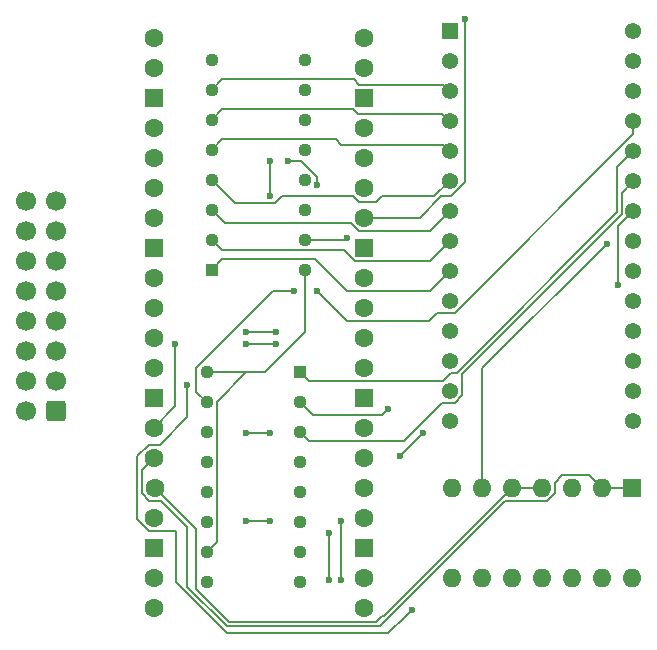
<source format=gbl>
G04 #@! TF.GenerationSoftware,KiCad,Pcbnew,8.0.0*
G04 #@! TF.CreationDate,2024-03-16T14:28:59-05:00*
G04 #@! TF.ProjectId,SensorModuleBase,53656e73-6f72-44d6-9f64-756c65426173,rev?*
G04 #@! TF.SameCoordinates,Original*
G04 #@! TF.FileFunction,Copper,L2,Bot*
G04 #@! TF.FilePolarity,Positive*
%FSLAX46Y46*%
G04 Gerber Fmt 4.6, Leading zero omitted, Abs format (unit mm)*
G04 Created by KiCad (PCBNEW 8.0.0) date 2024-03-16 14:28:59*
%MOMM*%
%LPD*%
G01*
G04 APERTURE LIST*
G04 Aperture macros list*
%AMRoundRect*
0 Rectangle with rounded corners*
0 $1 Rounding radius*
0 $2 $3 $4 $5 $6 $7 $8 $9 X,Y pos of 4 corners*
0 Add a 4 corners polygon primitive as box body*
4,1,4,$2,$3,$4,$5,$6,$7,$8,$9,$2,$3,0*
0 Add four circle primitives for the rounded corners*
1,1,$1+$1,$2,$3*
1,1,$1+$1,$4,$5*
1,1,$1+$1,$6,$7*
1,1,$1+$1,$8,$9*
0 Add four rect primitives between the rounded corners*
20,1,$1+$1,$2,$3,$4,$5,0*
20,1,$1+$1,$4,$5,$6,$7,0*
20,1,$1+$1,$6,$7,$8,$9,0*
20,1,$1+$1,$8,$9,$2,$3,0*%
G04 Aperture macros list end*
G04 #@! TA.AperFunction,ComponentPad*
%ADD10R,1.130000X1.130000*%
G04 #@! TD*
G04 #@! TA.AperFunction,ComponentPad*
%ADD11C,1.130000*%
G04 #@! TD*
G04 #@! TA.AperFunction,ComponentPad*
%ADD12R,1.600000X1.600000*%
G04 #@! TD*
G04 #@! TA.AperFunction,ComponentPad*
%ADD13O,1.600000X1.600000*%
G04 #@! TD*
G04 #@! TA.AperFunction,ComponentPad*
%ADD14C,1.378000*%
G04 #@! TD*
G04 #@! TA.AperFunction,ComponentPad*
%ADD15R,1.378000X1.378000*%
G04 #@! TD*
G04 #@! TA.AperFunction,ComponentPad*
%ADD16RoundRect,0.250000X0.600000X0.600000X-0.600000X0.600000X-0.600000X-0.600000X0.600000X-0.600000X0*%
G04 #@! TD*
G04 #@! TA.AperFunction,ComponentPad*
%ADD17C,1.700000*%
G04 #@! TD*
G04 #@! TA.AperFunction,ComponentPad*
%ADD18C,1.600000*%
G04 #@! TD*
G04 #@! TA.AperFunction,ComponentPad*
%ADD19RoundRect,0.200000X-0.600000X-0.600000X0.600000X-0.600000X0.600000X0.600000X-0.600000X0.600000X0*%
G04 #@! TD*
G04 #@! TA.AperFunction,ViaPad*
%ADD20C,0.600000*%
G04 #@! TD*
G04 #@! TA.AperFunction,Conductor*
%ADD21C,0.200000*%
G04 #@! TD*
G04 APERTURE END LIST*
D10*
G04 #@! TO.P,U4,1,QB*
G04 #@! TO.N,Net-(U1-A9)*
X108075000Y-67380000D03*
D11*
G04 #@! TO.P,U4,2,QC*
G04 #@! TO.N,Net-(U1-A10)*
X108075000Y-69920000D03*
G04 #@! TO.P,U4,3,QD*
G04 #@! TO.N,Net-(U1-A11)*
X108075000Y-72460000D03*
G04 #@! TO.P,U4,4,QE*
G04 #@! TO.N,Net-(U1-A12)*
X108075000Y-75000000D03*
G04 #@! TO.P,U4,5,QF*
G04 #@! TO.N,unconnected-(U4-QF-Pad5)*
X108075000Y-77540000D03*
G04 #@! TO.P,U4,6,QG*
G04 #@! TO.N,unconnected-(U4-QG-Pad6)*
X108075000Y-80080000D03*
G04 #@! TO.P,U4,7,QH*
G04 #@! TO.N,unconnected-(U4-QH-Pad7)*
X108075000Y-82620000D03*
G04 #@! TO.P,U4,8,GND*
G04 #@! TO.N,Net-(J1-Pin_15)*
X108075000Y-85160000D03*
G04 #@! TO.P,U4,9,QH'*
G04 #@! TO.N,unconnected-(U4-QH'-Pad9)*
X100135000Y-85160000D03*
G04 #@! TO.P,U4,10,~{SRCLR}*
G04 #@! TO.N,Net-(A1-VSYS)*
X100135000Y-82620000D03*
G04 #@! TO.P,U4,11,SRCLK*
G04 #@! TO.N,Net-(A1-GP9)*
X100135000Y-80080000D03*
G04 #@! TO.P,U4,12,RCLK*
G04 #@! TO.N,Net-(A1-GP8)*
X100135000Y-77540000D03*
G04 #@! TO.P,U4,13,~{OE}*
G04 #@! TO.N,Net-(J1-Pin_15)*
X100135000Y-75000000D03*
G04 #@! TO.P,U4,14,SER*
G04 #@! TO.N,Net-(U3-QH')*
X100135000Y-72460000D03*
G04 #@! TO.P,U4,15,QA*
G04 #@! TO.N,Net-(U1-A8)*
X100135000Y-69920000D03*
G04 #@! TO.P,U4,16,VCC*
G04 #@! TO.N,Net-(A1-VSYS)*
X100135000Y-67380000D03*
G04 #@! TD*
D10*
G04 #@! TO.P,U3,1,QB*
G04 #@! TO.N,Net-(U1-A1)*
X100560000Y-58700000D03*
D11*
G04 #@! TO.P,U3,2,QC*
G04 #@! TO.N,Net-(U1-A2)*
X100560000Y-56160000D03*
G04 #@! TO.P,U3,3,QD*
G04 #@! TO.N,Net-(U1-A3)*
X100560000Y-53620000D03*
G04 #@! TO.P,U3,4,QE*
G04 #@! TO.N,Net-(U1-A4)*
X100560000Y-51080000D03*
G04 #@! TO.P,U3,5,QF*
G04 #@! TO.N,Net-(U1-A5)*
X100560000Y-48540000D03*
G04 #@! TO.P,U3,6,QG*
G04 #@! TO.N,Net-(U1-A6)*
X100560000Y-46000000D03*
G04 #@! TO.P,U3,7,QH*
G04 #@! TO.N,Net-(U1-A7)*
X100560000Y-43460000D03*
G04 #@! TO.P,U3,8,GND*
G04 #@! TO.N,Net-(J1-Pin_15)*
X100560000Y-40920000D03*
G04 #@! TO.P,U3,9,QH'*
G04 #@! TO.N,Net-(U3-QH')*
X108500000Y-40920000D03*
G04 #@! TO.P,U3,10,~{SRCLR}*
G04 #@! TO.N,Net-(A1-VSYS)*
X108500000Y-43460000D03*
G04 #@! TO.P,U3,11,SRCLK*
G04 #@! TO.N,Net-(A1-GP9)*
X108500000Y-46000000D03*
G04 #@! TO.P,U3,12,RCLK*
G04 #@! TO.N,Net-(A1-GP8)*
X108500000Y-48540000D03*
G04 #@! TO.P,U3,13,~{OE}*
G04 #@! TO.N,Net-(J1-Pin_15)*
X108500000Y-51080000D03*
G04 #@! TO.P,U3,14,SER*
G04 #@! TO.N,Net-(A1-GP10)*
X108500000Y-53620000D03*
G04 #@! TO.P,U3,15,QA*
G04 #@! TO.N,Net-(U1-A0)*
X108500000Y-56160000D03*
G04 #@! TO.P,U3,16,VCC*
G04 #@! TO.N,Net-(A1-VSYS)*
X108500000Y-58700000D03*
G04 #@! TD*
D12*
G04 #@! TO.P,U2,1*
G04 #@! TO.N,Net-(A1-GP11)*
X136125000Y-77200000D03*
D13*
G04 #@! TO.P,U2,2*
X133585000Y-77200000D03*
G04 #@! TO.P,U2,3*
G04 #@! TO.N,Net-(U1-~{OE})*
X131045000Y-77200000D03*
G04 #@! TO.P,U2,4*
G04 #@! TO.N,Net-(A1-GP12)*
X128505000Y-77200000D03*
G04 #@! TO.P,U2,5*
X125965000Y-77200000D03*
G04 #@! TO.P,U2,6*
G04 #@! TO.N,Net-(U1-~{WE})*
X123425000Y-77200000D03*
G04 #@! TO.P,U2,7*
G04 #@! TO.N,N/C*
X120885000Y-77200000D03*
G04 #@! TO.P,U2,8*
X120885000Y-84820000D03*
G04 #@! TO.P,U2,9*
X123425000Y-84820000D03*
G04 #@! TO.P,U2,10*
X125965000Y-84820000D03*
G04 #@! TO.P,U2,11*
X128505000Y-84820000D03*
G04 #@! TO.P,U2,12*
X131045000Y-84820000D03*
G04 #@! TO.P,U2,13*
X133585000Y-84820000D03*
G04 #@! TO.P,U2,14*
X136125000Y-84820000D03*
G04 #@! TD*
D14*
G04 #@! TO.P,U1,28,VCC*
G04 #@! TO.N,Net-(A1-VSYS)*
X136278750Y-38490000D03*
G04 #@! TO.P,U1,27,~{WE}*
G04 #@! TO.N,Net-(U1-~{WE})*
X136278750Y-41030000D03*
G04 #@! TO.P,U1,26*
G04 #@! TO.N,N/C*
X136278750Y-43570000D03*
G04 #@! TO.P,U1,25,A8*
G04 #@! TO.N,Net-(U1-A8)*
X136278750Y-46110000D03*
G04 #@! TO.P,U1,24,A9*
G04 #@! TO.N,Net-(U1-A9)*
X136278750Y-48650000D03*
G04 #@! TO.P,U1,23,A11*
G04 #@! TO.N,Net-(U1-A11)*
X136278750Y-51190000D03*
G04 #@! TO.P,U1,22,~{OE}*
G04 #@! TO.N,Net-(U1-~{OE})*
X136278750Y-53730000D03*
G04 #@! TO.P,U1,21,A10*
G04 #@! TO.N,Net-(U1-A10)*
X136278750Y-56270000D03*
G04 #@! TO.P,U1,20,~{CE}*
G04 #@! TO.N,Net-(J1-Pin_15)*
X136278750Y-58810000D03*
G04 #@! TO.P,U1,19,I/O7*
G04 #@! TO.N,unconnected-(U1-I{slash}O7-Pad19)*
X136278750Y-61350000D03*
G04 #@! TO.P,U1,18,I/O6*
G04 #@! TO.N,unconnected-(U1-I{slash}O6-Pad18)*
X136278750Y-63890000D03*
G04 #@! TO.P,U1,17,I/O5*
G04 #@! TO.N,unconnected-(U1-I{slash}O5-Pad17)*
X136278750Y-66430000D03*
G04 #@! TO.P,U1,16,I/O4*
G04 #@! TO.N,unconnected-(U1-I{slash}O4-Pad16)*
X136278750Y-68970000D03*
G04 #@! TO.P,U1,15,I/O3*
G04 #@! TO.N,unconnected-(U1-I{slash}O3-Pad15)*
X136278750Y-71510000D03*
G04 #@! TO.P,U1,14,GND*
G04 #@! TO.N,Net-(J1-Pin_15)*
X120721250Y-71510000D03*
G04 #@! TO.P,U1,13,I/O2*
G04 #@! TO.N,unconnected-(U1-I{slash}O2-Pad13)*
X120721250Y-68970000D03*
G04 #@! TO.P,U1,12,I/O1*
G04 #@! TO.N,unconnected-(U1-I{slash}O1-Pad12)*
X120721250Y-66430000D03*
G04 #@! TO.P,U1,11,I/O0*
G04 #@! TO.N,unconnected-(U1-I{slash}O0-Pad11)*
X120721250Y-63890000D03*
G04 #@! TO.P,U1,10,A0*
G04 #@! TO.N,Net-(U1-A0)*
X120721250Y-61350000D03*
G04 #@! TO.P,U1,9,A1*
G04 #@! TO.N,Net-(U1-A1)*
X120721250Y-58810000D03*
G04 #@! TO.P,U1,8,A2*
G04 #@! TO.N,Net-(U1-A2)*
X120721250Y-56270000D03*
G04 #@! TO.P,U1,7,A3*
G04 #@! TO.N,Net-(U1-A3)*
X120721250Y-53730000D03*
G04 #@! TO.P,U1,6,A4*
G04 #@! TO.N,Net-(U1-A4)*
X120721250Y-51190000D03*
G04 #@! TO.P,U1,5,A5*
G04 #@! TO.N,Net-(U1-A5)*
X120721250Y-48650000D03*
G04 #@! TO.P,U1,4,A6*
G04 #@! TO.N,Net-(U1-A6)*
X120721250Y-46110000D03*
G04 #@! TO.P,U1,3,A7*
G04 #@! TO.N,Net-(U1-A7)*
X120721250Y-43570000D03*
G04 #@! TO.P,U1,2,A12*
G04 #@! TO.N,Net-(U1-A12)*
X120721250Y-41030000D03*
D15*
G04 #@! TO.P,U1,1*
G04 #@! TO.N,N/C*
X120721250Y-38490000D03*
G04 #@! TD*
D16*
G04 #@! TO.P,J1,1,Pin_1*
G04 #@! TO.N,Net-(A1-GP13)*
X87362500Y-70637500D03*
D17*
G04 #@! TO.P,J1,2,Pin_2*
G04 #@! TO.N,Net-(A1-GP14)*
X84822500Y-70637500D03*
G04 #@! TO.P,J1,3,Pin_3*
G04 #@! TO.N,Net-(A1-GP15)*
X87362500Y-68097500D03*
G04 #@! TO.P,J1,4,Pin_4*
G04 #@! TO.N,Net-(A1-GP16)*
X84822500Y-68097500D03*
G04 #@! TO.P,J1,5,Pin_5*
G04 #@! TO.N,Net-(A1-GP17)*
X87362500Y-65557500D03*
G04 #@! TO.P,J1,6,Pin_6*
G04 #@! TO.N,Net-(A1-GP18)*
X84822500Y-65557500D03*
G04 #@! TO.P,J1,7,Pin_7*
G04 #@! TO.N,Net-(A1-GP19)*
X87362500Y-63017500D03*
G04 #@! TO.P,J1,8,Pin_8*
G04 #@! TO.N,Net-(A1-GP20)*
X84822500Y-63017500D03*
G04 #@! TO.P,J1,9,Pin_9*
G04 #@! TO.N,Net-(A1-GP21)*
X87362500Y-60477500D03*
G04 #@! TO.P,J1,10,Pin_10*
G04 #@! TO.N,Net-(A1-GP22)*
X84822500Y-60477500D03*
G04 #@! TO.P,J1,11,Pin_11*
G04 #@! TO.N,Net-(A1-GP26)*
X87362500Y-57937500D03*
G04 #@! TO.P,J1,12,Pin_12*
G04 #@! TO.N,Net-(A1-GP27)*
X84822500Y-57937500D03*
G04 #@! TO.P,J1,13,Pin_13*
G04 #@! TO.N,Net-(A1-GP28)*
X87362500Y-55397500D03*
G04 #@! TO.P,J1,14,Pin_14*
G04 #@! TO.N,Net-(A1-VBUS)*
X84822500Y-55397500D03*
G04 #@! TO.P,J1,15,Pin_15*
G04 #@! TO.N,Net-(J1-Pin_15)*
X87362500Y-52857500D03*
G04 #@! TO.P,J1,16,Pin_16*
G04 #@! TO.N,Net-(A1-VSYS)*
X84822500Y-52857500D03*
G04 #@! TD*
D18*
G04 #@! TO.P,A1,1,GP0*
G04 #@! TO.N,unconnected-(A1-GP0-Pad1)*
X95710000Y-39060000D03*
G04 #@! TO.P,A1,2,GP1*
G04 #@! TO.N,unconnected-(A1-GP1-Pad2)*
X95710000Y-41600000D03*
D19*
G04 #@! TO.P,A1,3,GND*
G04 #@! TO.N,unconnected-(A1-GND-Pad3)*
X95710000Y-44140000D03*
D18*
G04 #@! TO.P,A1,4,GP2*
G04 #@! TO.N,unconnected-(A1-GP2-Pad4)*
X95710000Y-46680000D03*
G04 #@! TO.P,A1,5,GP3*
G04 #@! TO.N,unconnected-(A1-GP3-Pad5)*
X95710000Y-49220000D03*
G04 #@! TO.P,A1,6,GP4*
G04 #@! TO.N,unconnected-(A1-GP4-Pad6)*
X95710000Y-51760000D03*
G04 #@! TO.P,A1,7,GP5*
G04 #@! TO.N,unconnected-(A1-GP5-Pad7)*
X95710000Y-54300000D03*
D19*
G04 #@! TO.P,A1,8,GND*
G04 #@! TO.N,unconnected-(A1-GND-Pad8)*
X95710000Y-56840000D03*
D18*
G04 #@! TO.P,A1,9,GP6*
G04 #@! TO.N,unconnected-(A1-GP6-Pad9)*
X95710000Y-59380000D03*
G04 #@! TO.P,A1,10,GP7*
G04 #@! TO.N,unconnected-(A1-GP7-Pad10)*
X95710000Y-61920000D03*
G04 #@! TO.P,A1,11,GP8*
G04 #@! TO.N,Net-(A1-GP8)*
X95710000Y-64460000D03*
G04 #@! TO.P,A1,12,GP9*
G04 #@! TO.N,Net-(A1-GP9)*
X95710000Y-67000000D03*
D19*
G04 #@! TO.P,A1,13,GND*
G04 #@! TO.N,unconnected-(A1-GND-Pad13)*
X95710000Y-69540000D03*
D18*
G04 #@! TO.P,A1,14,GP10*
G04 #@! TO.N,Net-(A1-GP10)*
X95710000Y-72080000D03*
G04 #@! TO.P,A1,15,GP11*
G04 #@! TO.N,Net-(A1-GP11)*
X95710000Y-74620000D03*
G04 #@! TO.P,A1,16,GP12*
G04 #@! TO.N,Net-(A1-GP12)*
X95751881Y-77160000D03*
G04 #@! TO.P,A1,17,GP13*
G04 #@! TO.N,Net-(A1-GP13)*
X95710000Y-79700000D03*
D19*
G04 #@! TO.P,A1,18,GND*
G04 #@! TO.N,unconnected-(A1-GND-Pad18)*
X95710000Y-82240000D03*
D18*
G04 #@! TO.P,A1,19,GP14*
G04 #@! TO.N,Net-(A1-GP14)*
X95710000Y-84780000D03*
G04 #@! TO.P,A1,20,GP15*
G04 #@! TO.N,Net-(A1-GP15)*
X95710000Y-87320000D03*
G04 #@! TO.P,A1,21,GP16*
G04 #@! TO.N,Net-(A1-GP16)*
X113490000Y-87320000D03*
G04 #@! TO.P,A1,22,GP17*
G04 #@! TO.N,Net-(A1-GP17)*
X113490000Y-84780000D03*
D19*
G04 #@! TO.P,A1,23,GND*
G04 #@! TO.N,unconnected-(A1-GND-Pad23)*
X113490000Y-82240000D03*
D18*
G04 #@! TO.P,A1,24,GP18*
G04 #@! TO.N,Net-(A1-GP18)*
X113490000Y-79700000D03*
G04 #@! TO.P,A1,25,GP19*
G04 #@! TO.N,Net-(A1-GP19)*
X113490000Y-77160000D03*
G04 #@! TO.P,A1,26,GP20*
G04 #@! TO.N,Net-(A1-GP20)*
X113490000Y-74620000D03*
G04 #@! TO.P,A1,27,GP21*
G04 #@! TO.N,Net-(A1-GP21)*
X113490000Y-72080000D03*
D19*
G04 #@! TO.P,A1,28,GND*
G04 #@! TO.N,unconnected-(A1-GND-Pad28)*
X113490000Y-69540000D03*
D18*
G04 #@! TO.P,A1,29,GP22*
G04 #@! TO.N,Net-(A1-GP22)*
X113490000Y-67000000D03*
G04 #@! TO.P,A1,30,RUN*
G04 #@! TO.N,unconnected-(A1-RUN-Pad30)*
X113490000Y-64460000D03*
G04 #@! TO.P,A1,31,GP26*
G04 #@! TO.N,Net-(A1-GP26)*
X113490000Y-61920000D03*
G04 #@! TO.P,A1,32,GP27*
G04 #@! TO.N,Net-(A1-GP27)*
X113490000Y-59380000D03*
D19*
G04 #@! TO.P,A1,33,AGND*
G04 #@! TO.N,unconnected-(A1-AGND-Pad33)*
X113490000Y-56840000D03*
D18*
G04 #@! TO.P,A1,34,GP28*
G04 #@! TO.N,Net-(A1-GP28)*
X113490000Y-54300000D03*
G04 #@! TO.P,A1,35,ADC_VREF*
G04 #@! TO.N,unconnected-(A1-ADC_VREF-Pad35)*
X113490000Y-51760000D03*
G04 #@! TO.P,A1,36,3V3_OUT*
G04 #@! TO.N,unconnected-(A1-3V3_OUT-Pad36)*
X113490000Y-49220000D03*
G04 #@! TO.P,A1,37,3V3_EN*
G04 #@! TO.N,unconnected-(A1-3V3_EN-Pad37)*
X113490000Y-46680000D03*
D19*
G04 #@! TO.P,A1,38,GND*
G04 #@! TO.N,Net-(J1-Pin_15)*
X113490000Y-44140000D03*
D18*
G04 #@! TO.P,A1,39,VSYS*
G04 #@! TO.N,Net-(A1-VSYS)*
X113490000Y-41600000D03*
G04 #@! TO.P,A1,40,VBUS*
G04 #@! TO.N,Net-(A1-VBUS)*
X113490000Y-39060000D03*
G04 #@! TD*
D20*
G04 #@! TO.N,Net-(A1-GP27)*
X117500000Y-87500000D03*
X98500000Y-68500000D03*
G04 #@! TO.N,Net-(A1-GP22)*
X111500000Y-80000000D03*
G04 #@! TO.N,Net-(A1-GP26)*
X110500000Y-81000000D03*
X110500000Y-85000000D03*
G04 #@! TO.N,Net-(A1-GP22)*
X111500000Y-85000000D03*
G04 #@! TO.N,Net-(A1-GP21)*
X118500000Y-72500000D03*
X116500000Y-74500000D03*
G04 #@! TO.N,Net-(A1-GP28)*
X122000000Y-37500000D03*
G04 #@! TO.N,Net-(U1-~{OE})*
X135000000Y-60000000D03*
G04 #@! TO.N,Net-(U1-~{WE})*
X134000000Y-56500000D03*
G04 #@! TO.N,Net-(U1-A8)*
X109500000Y-60500000D03*
X107500000Y-60500000D03*
G04 #@! TO.N,Net-(U1-A10)*
X115500000Y-70500000D03*
G04 #@! TO.N,Net-(U1-A0)*
X112000000Y-56000000D03*
G04 #@! TO.N,Net-(A1-VSYS)*
X107000000Y-49500000D03*
X109500000Y-51500000D03*
G04 #@! TO.N,Net-(U3-QH')*
X105500000Y-49500000D03*
X105500000Y-52500000D03*
X105500000Y-72500000D03*
X103500000Y-72500000D03*
G04 #@! TO.N,Net-(A1-GP10)*
X106000000Y-64000000D03*
X103500000Y-64000000D03*
X97500000Y-65000000D03*
G04 #@! TO.N,Net-(A1-GP9)*
X105500000Y-80000000D03*
X103500000Y-80000000D03*
G04 #@! TO.N,Net-(A1-GP8)*
X106000000Y-65000000D03*
X103500000Y-65000000D03*
G04 #@! TD*
D21*
G04 #@! TO.N,Net-(A1-GP27)*
X117000000Y-88000000D02*
X117500000Y-87500000D01*
X115500000Y-89500000D02*
X117000000Y-88000000D01*
X101868628Y-89500000D02*
X115500000Y-89500000D01*
X97526194Y-85157566D02*
X101868628Y-89500000D01*
X95254365Y-80800000D02*
X97526194Y-80800000D01*
X94251881Y-79797516D02*
X95254365Y-80800000D01*
X94251881Y-74522484D02*
X94251881Y-79797516D01*
X95254365Y-73520000D02*
X94251881Y-74522484D01*
X96165635Y-73520000D02*
X95254365Y-73520000D01*
X98500000Y-71185635D02*
X96165635Y-73520000D01*
X97526194Y-80800000D02*
X97526194Y-85157566D01*
X98500000Y-68500000D02*
X98500000Y-71185635D01*
G04 #@! TO.N,Net-(A1-GP22)*
X111500000Y-84500000D02*
X111500000Y-80000000D01*
G04 #@! TO.N,Net-(A1-GP26)*
X110500000Y-85000000D02*
X110500000Y-81000000D01*
G04 #@! TO.N,Net-(A1-GP22)*
X111500000Y-85000000D02*
X111500000Y-84500000D01*
G04 #@! TO.N,Net-(A1-GP10)*
X97500000Y-70290000D02*
X97500000Y-65000000D01*
X95710000Y-72080000D02*
X97500000Y-70290000D01*
G04 #@! TO.N,Net-(A1-GP21)*
X116500000Y-74500000D02*
X118500000Y-72500000D01*
G04 #@! TO.N,Net-(A1-GP28)*
X120809908Y-52500000D02*
X119976936Y-52500000D01*
X119976936Y-52500000D02*
X118176936Y-54300000D01*
X118176936Y-54300000D02*
X113490000Y-54300000D01*
X122000000Y-51309908D02*
X120809908Y-52500000D01*
X122000000Y-37500000D02*
X122000000Y-51309908D01*
G04 #@! TO.N,Net-(U1-~{OE})*
X135000000Y-55008750D02*
X136278750Y-53730000D01*
X135000000Y-60000000D02*
X135000000Y-55008750D01*
G04 #@! TO.N,Net-(U1-~{WE})*
X123425000Y-67075000D02*
X134000000Y-56500000D01*
X123425000Y-77200000D02*
X123425000Y-67075000D01*
G04 #@! TO.N,Net-(U1-A11)*
X135289750Y-52179000D02*
X136278750Y-51190000D01*
X120041000Y-69959000D02*
X121130908Y-69959000D01*
X121746686Y-69343222D02*
X121746686Y-67569000D01*
X121746686Y-67569000D02*
X135289750Y-54025935D01*
X116820000Y-73180000D02*
X120041000Y-69959000D01*
X135289750Y-54025935D02*
X135289750Y-52179000D01*
X108795000Y-73180000D02*
X116820000Y-73180000D01*
X121130908Y-69959000D02*
X121746686Y-69343222D01*
X108075000Y-72460000D02*
X108795000Y-73180000D01*
G04 #@! TO.N,Net-(U1-A9)*
X121331000Y-67419000D02*
X134889750Y-53860250D01*
X120873592Y-67419000D02*
X121331000Y-67419000D01*
X120192592Y-68100000D02*
X120873592Y-67419000D01*
X134889750Y-53860250D02*
X134889750Y-50039000D01*
X108795000Y-68100000D02*
X120192592Y-68100000D01*
X134889750Y-50039000D02*
X136278750Y-48650000D01*
X108075000Y-67380000D02*
X108795000Y-68100000D01*
G04 #@! TO.N,Net-(A1-GP11)*
X95296246Y-78260000D02*
X94651881Y-77615635D01*
X98513097Y-80486902D02*
X96286195Y-78260000D01*
X94651881Y-77615635D02*
X94651881Y-75678119D01*
X98513097Y-85578783D02*
X98513097Y-80486902D01*
X101834314Y-88900000D02*
X98513097Y-85578783D01*
X114830685Y-88900000D02*
X101834314Y-88900000D01*
X96286195Y-78260000D02*
X95296246Y-78260000D01*
X125430685Y-78300000D02*
X114830685Y-88900000D01*
X128960635Y-78300000D02*
X125430685Y-78300000D01*
X129605000Y-77655635D02*
X128960635Y-78300000D01*
X129605000Y-76744365D02*
X129605000Y-77655635D01*
X94651881Y-75678119D02*
X95710000Y-74620000D01*
X130249365Y-76100000D02*
X129605000Y-76744365D01*
X132485000Y-76100000D02*
X130249365Y-76100000D01*
X133585000Y-77200000D02*
X132485000Y-76100000D01*
X136125000Y-77200000D02*
X133585000Y-77200000D01*
G04 #@! TO.N,Net-(A1-GP12)*
X125965000Y-77200000D02*
X128505000Y-77200000D01*
X115165000Y-88000000D02*
X125965000Y-77200000D01*
X102000000Y-88500000D02*
X114500000Y-88500000D01*
X99270000Y-85770000D02*
X102000000Y-88500000D01*
X115000000Y-88000000D02*
X115165000Y-88000000D01*
X99270000Y-80678119D02*
X99270000Y-85770000D01*
X114500000Y-88500000D02*
X115000000Y-88000000D01*
X95751881Y-77160000D02*
X99270000Y-80678119D01*
G04 #@! TO.N,Net-(U1-A8)*
X136278750Y-47221250D02*
X136278750Y-46110000D01*
X121161000Y-62339000D02*
X136278750Y-47221250D01*
X119661000Y-62339000D02*
X121161000Y-62339000D01*
X112020000Y-63020000D02*
X118980000Y-63020000D01*
X109500000Y-60500000D02*
X112020000Y-63020000D01*
X118980000Y-63020000D02*
X119661000Y-62339000D01*
X105791705Y-60500000D02*
X107500000Y-60500000D01*
X99270000Y-67021705D02*
X105791705Y-60500000D01*
X99270000Y-69055000D02*
X99270000Y-67021705D01*
X100135000Y-69920000D02*
X99270000Y-69055000D01*
G04 #@! TO.N,Net-(U1-A10)*
X109135000Y-70980000D02*
X108075000Y-69920000D01*
X115020000Y-70980000D02*
X109135000Y-70980000D01*
X115500000Y-70500000D02*
X115020000Y-70980000D01*
G04 #@! TO.N,Net-(U1-A0)*
X111840000Y-56160000D02*
X112000000Y-56000000D01*
X108500000Y-56160000D02*
X111840000Y-56160000D01*
G04 #@! TO.N,Net-(A1-VSYS)*
X105120000Y-67380000D02*
X103500000Y-67380000D01*
X108500000Y-64000000D02*
X105120000Y-67380000D01*
X108500000Y-58700000D02*
X108500000Y-64000000D01*
X109500000Y-50856705D02*
X109500000Y-51500000D01*
X108143295Y-49500000D02*
X109500000Y-50856705D01*
X107000000Y-49500000D02*
X108143295Y-49500000D01*
G04 #@! TO.N,Net-(U1-A1)*
X112000001Y-60500000D02*
X119031250Y-60500000D01*
X109335001Y-57835000D02*
X112000001Y-60500000D01*
X101425000Y-57835000D02*
X109335001Y-57835000D01*
X119031250Y-60500000D02*
X120721250Y-58810000D01*
X100560000Y-58700000D02*
X101425000Y-57835000D01*
G04 #@! TO.N,Net-(U1-A2)*
X119051250Y-57940000D02*
X120721250Y-56270000D01*
X112677352Y-57940000D02*
X119051250Y-57940000D01*
X101425000Y-57025000D02*
X111762352Y-57025000D01*
X111762352Y-57025000D02*
X112677352Y-57940000D01*
X100560000Y-56160000D02*
X101425000Y-57025000D01*
G04 #@! TO.N,Net-(U1-A3)*
X119051250Y-55400000D02*
X120721250Y-53730000D01*
X113034365Y-55400000D02*
X119051250Y-55400000D01*
X101695635Y-54755635D02*
X112390000Y-54755635D01*
X112390000Y-54755635D02*
X113034365Y-55400000D01*
X100560000Y-53620000D02*
X101695635Y-54755635D01*
G04 #@! TO.N,Net-(U1-A4)*
X119411250Y-52500000D02*
X120721250Y-51190000D01*
X115000000Y-52500000D02*
X119411250Y-52500000D01*
X114500000Y-53000000D02*
X115000000Y-52500000D01*
X113000000Y-53000000D02*
X114500000Y-53000000D01*
X112500000Y-52500000D02*
X113000000Y-53000000D01*
X105900000Y-53100000D02*
X106500000Y-52500000D01*
X106500000Y-52500000D02*
X112500000Y-52500000D01*
X102580000Y-53100000D02*
X105900000Y-53100000D01*
X100560000Y-51080000D02*
X102580000Y-53100000D01*
G04 #@! TO.N,Net-(U1-A5)*
X120191250Y-48120000D02*
X120721250Y-48650000D01*
X111065000Y-47675000D02*
X111510000Y-48120000D01*
X101425000Y-47675000D02*
X111065000Y-47675000D01*
X100560000Y-48540000D02*
X101425000Y-47675000D01*
X111510000Y-48120000D02*
X120191250Y-48120000D01*
G04 #@! TO.N,Net-(U1-A6)*
X120111250Y-45500000D02*
X120721250Y-46110000D01*
X101425000Y-45135000D02*
X112572352Y-45135000D01*
X100560000Y-46000000D02*
X101425000Y-45135000D01*
X112572352Y-45135000D02*
X112937352Y-45500000D01*
X112937352Y-45500000D02*
X120111250Y-45500000D01*
G04 #@! TO.N,Net-(U1-A7)*
X120191250Y-43040000D02*
X120721250Y-43570000D01*
X113040000Y-43040000D02*
X120191250Y-43040000D01*
X112595000Y-42595000D02*
X113040000Y-43040000D01*
X100560000Y-43460000D02*
X101425000Y-42595000D01*
X101425000Y-42595000D02*
X112595000Y-42595000D01*
G04 #@! TO.N,Net-(A1-VSYS)*
X101000000Y-81755000D02*
X100135000Y-82620000D01*
X103500000Y-67380000D02*
X101000000Y-69880000D01*
X101000000Y-69880000D02*
X101000000Y-81755000D01*
X103500000Y-67380000D02*
X100135000Y-67380000D01*
G04 #@! TO.N,Net-(U3-QH')*
X105500000Y-51500000D02*
X105500000Y-49500000D01*
X105500000Y-52500000D02*
X105500000Y-51500000D01*
X103500000Y-72500000D02*
X105500000Y-72500000D01*
G04 #@! TO.N,Net-(A1-GP10)*
X103500000Y-64000000D02*
X106000000Y-64000000D01*
G04 #@! TO.N,Net-(A1-GP9)*
X104000000Y-80000000D02*
X105500000Y-80000000D01*
X103500000Y-80000000D02*
X104000000Y-80000000D01*
G04 #@! TO.N,Net-(A1-GP8)*
X104000000Y-65000000D02*
X106000000Y-65000000D01*
X103500000Y-65000000D02*
X104000000Y-65000000D01*
G04 #@! TD*
M02*

</source>
